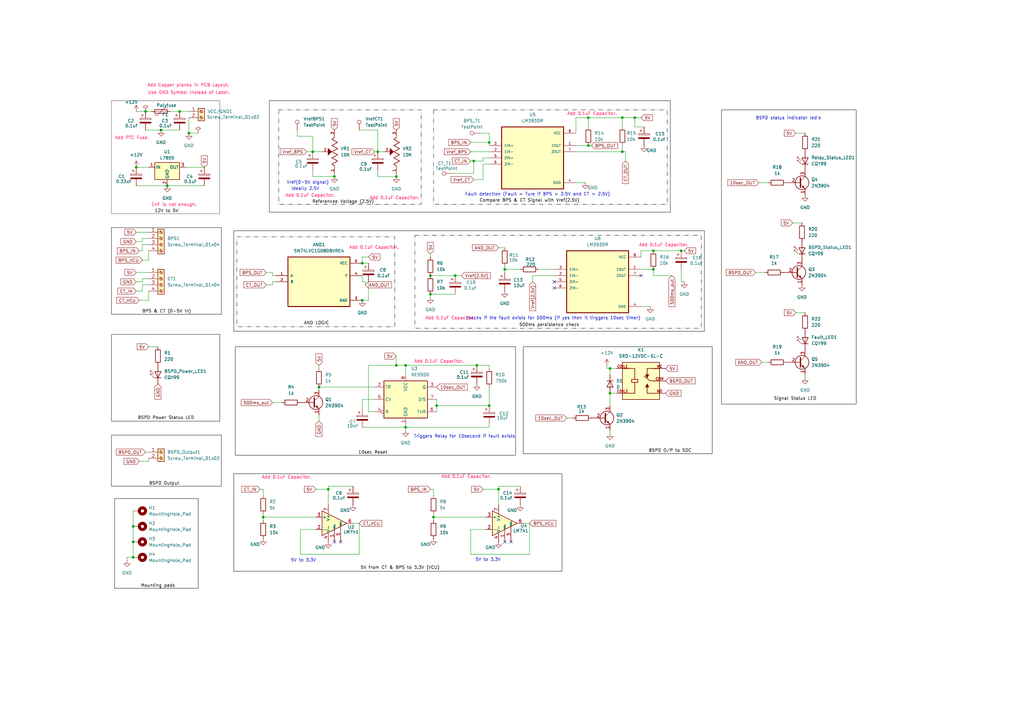
<source format=kicad_sch>
(kicad_sch (version 20231120) (generator "eeschema") (generator_version "8.0")
  (paper "A3")
  (title_block (title "BSPD") (company "Team Urja") (comment 1 "Property of Team Urja"))
  (junction (at 73.66 45.72))
  (junction (at 260.35 48.26))
  (junction (at 166.37 175.26))
  (junction (at 130.81 158.75))
  (junction (at 137.16 72.39))
  (junction (at 162.56 72.39))
  (junction (at 177.8 212.09))
  (junction (at 241.3 59.69))
  (junction (at 194.31 66.04))
  (junction (at 267.97 102.87))
  (junction (at 154.94 62.23))
  (junction (at 54.61 222.25))
  (junction (at 55.88 68.58))
  (junction (at 241.3 48.26))
  (junction (at 128.27 62.23))
  (junction (at 195.58 149.86))
  (junction (at 66.04 53.34))
  (junction (at 176.53 120.65))
  (junction (at 250.19 151.13))
  (junction (at 68.58 76.2))
  (junction (at 200.66 58.42))
  (junction (at 207.01 110.49))
  (junction (at 148.59 107.95))
  (junction (at 255.27 48.26))
  (junction (at 54.61 215.9))
  (junction (at 267.97 110.49))
  (junction (at 107.95 212.09))
  (junction (at 250.19 161.29))
  (junction (at 255.27 62.23))
  (junction (at 279.4 102.87))
  (junction (at 134.62 200.66))
  (junction (at 179.07 166.37))
  (junction (at 162.56 149.86))
  (junction (at 54.61 228.6))
  (junction (at 59.69 45.72))
  (junction (at 148.59 123.19))
  (junction (at 200.66 166.37))
  (junction (at 186.69 113.03))
  (junction (at 77.47 54.61))
  (junction (at 176.53 113.03))
  (junction (at 204.47 200.66))
  (junction (at 166.37 149.86))
  (no_connect (at 139.7 222.25))
  (no_connect (at 227.33 118.11))
  (no_connect (at 227.33 115.57))
  (no_connect (at 262.89 113.03))
  (no_connect (at 137.16 222.25))
  (no_connect (at 207.01 222.25))
  (no_connect (at 209.55 222.25))
  (wire (pts (xy 55.88 115.57) (xy 58.42 115.57)))
  (wire (pts (xy 200.66 54.61) (xy 200.66 58.42)))
  (wire (pts (xy 113.03 115.57) (xy 111.76 115.57)))
  (wire (pts (xy 55.88 99.06) (xy 58.42 99.06)))
  (wire (pts (xy 66.04 53.34) (xy 73.66 53.34)))
  (wire (pts (xy 217.17 214.63) (xy 214.63 214.63)))
  (wire (pts (xy 198.12 200.66) (xy 204.47 200.66)))
  (wire (pts (xy 134.62 200.66) (xy 134.62 207.01)))
  (wire (pts (xy 204.47 199.39) (xy 204.47 200.66)))
  (wire (pts (xy 60.96 106.68) (xy 60.96 102.87)))
  (wire (pts (xy 193.04 217.17) (xy 193.04 227.33)))
  (wire (pts (xy 77.47 54.61) (xy 81.28 54.61)))
  (wire (pts (xy 193.04 62.23) (xy 200.66 62.23)))
  (wire (pts (xy 162.56 149.86) (xy 166.37 149.86)))
  (wire (pts (xy 220.98 110.49) (xy 227.33 110.49)))
  (wire (pts (xy 279.4 115.57) (xy 280.67 115.57)))
  (wire (pts (xy 148.59 105.41) (xy 148.59 107.95)))
  (wire (pts (xy 256.54 66.04) (xy 256.54 62.23)))
  (wire (pts (xy 260.35 48.26) (xy 262.89 48.26)))
  (wire (pts (xy 154.94 62.23) (xy 157.48 62.23)))
  (wire (pts (xy 149.86 115.57) (xy 148.59 115.57)))
  (wire (pts (xy 279.4 110.49) (xy 279.4 115.57)))
  (wire (pts (xy 148.59 115.57) (xy 148.59 113.03)))
  (wire (pts (xy 262.89 125.73) (xy 266.7 125.73)))
  (wire (pts (xy 326.39 128.27) (xy 330.2 128.27)))
  (wire (pts (xy 236.22 74.93) (xy 240.03 74.93)))
  (wire (pts (xy 326.39 54.61) (xy 330.2 54.61)))
  (wire (pts (xy 129.54 217.17) (xy 123.19 217.17)))
  (wire (pts (xy 148.59 163.83) (xy 153.67 163.83)))
  (wire (pts (xy 196.85 54.61) (xy 200.66 54.61)))
  (wire (pts (xy 130.81 158.75) (xy 130.81 160.02)))
  (wire (pts (xy 312.42 148.59) (xy 314.96 148.59)))
  (wire (pts (xy 186.69 113.03) (xy 189.23 113.03)))
  (wire (pts (xy 134.62 199.39) (xy 134.62 200.66)))
  (wire (pts (xy 154.94 72.39) (xy 162.56 72.39)))
  (wire (pts (xy 193.04 227.33) (xy 217.17 227.33)))
  (wire (pts (xy 185.42 71.12) (xy 194.31 71.12)))
  (wire (pts (xy 200.66 67.31) (xy 198.12 67.31)))
  (wire (pts (xy 176.53 120.65) (xy 176.53 121.92)))
  (wire (pts (xy 262.89 102.87) (xy 267.97 102.87)))
  (wire (pts (xy 57.15 189.23) (xy 60.96 189.23)))
  (wire (pts (xy 200.66 158.75) (xy 200.66 166.37)))
  (wire (pts (xy 198.12 66.04) (xy 198.12 64.77)))
  (wire (pts (xy 123.19 227.33) (xy 147.32 227.33)))
  (wire (pts (xy 207.01 110.49) (xy 207.01 111.76)))
  (wire (pts (xy 325.12 91.44) (xy 328.93 91.44)))
  (wire (pts (xy 186.69 120.65) (xy 176.53 120.65)))
  (wire (pts (xy 204.47 101.6) (xy 207.01 101.6)))
  (wire (pts (xy 109.22 111.76) (xy 111.76 111.76)))
  (wire (pts (xy 151.13 149.86) (xy 151.13 168.91)))
  (wire (pts (xy 60.96 119.38) (xy 60.96 123.19)))
  (wire (pts (xy 252.73 151.13) (xy 250.19 151.13)))
  (wire (pts (xy 250.19 177.8) (xy 250.19 176.53)))
  (wire (pts (xy 177.8 212.09) (xy 199.39 212.09)))
  (wire (pts (xy 147.32 214.63) (xy 144.78 214.63)))
  (wire (pts (xy 330.2 153.67) (xy 330.2 154.94)))
  (wire (pts (xy 166.37 175.26) (xy 166.37 173.99)))
  (wire (pts (xy 76.2 68.58) (xy 83.82 68.58)))
  (wire (pts (xy 255.27 62.23) (xy 236.22 62.23)))
  (wire (pts (xy 250.19 161.29) (xy 250.19 166.37)))
  (wire (pts (xy 55.88 111.76) (xy 60.96 111.76)))
  (wire (pts (xy 58.42 97.79) (xy 60.96 97.79)))
  (wire (pts (xy 177.8 213.36) (xy 177.8 212.09)))
  (wire (pts (xy 55.88 45.72) (xy 59.69 45.72)))
  (wire (pts (xy 128.27 55.88) (xy 128.27 62.23)))
  (wire (pts (xy 59.69 53.34) (xy 66.04 53.34)))
  (wire (pts (xy 260.35 52.07) (xy 260.35 48.26)))
  (wire (pts (xy 154.94 53.34) (xy 154.94 62.23)))
  (wire (pts (xy 58.42 116.84) (xy 60.96 116.84)))
  (wire (pts (xy 59.69 185.42) (xy 60.96 185.42)))
  (wire (pts (xy 241.3 59.69) (xy 242.57 59.69)))
  (wire (pts (xy 241.3 48.26) (xy 255.27 48.26)))
  (wire (pts (xy 207.01 110.49) (xy 213.36 110.49)))
  (wire (pts (xy 148.59 167.64) (xy 148.59 163.83)))
  (wire (pts (xy 148.59 175.26) (xy 166.37 175.26)))
  (wire (pts (xy 125.73 62.23) (xy 128.27 62.23)))
  (wire (pts (xy 58.42 116.84) (xy 58.42 119.38)))
  (wire (pts (xy 280.67 102.87) (xy 279.4 102.87)))
  (wire (pts (xy 207.01 109.22) (xy 207.01 110.49)))
  (wire (pts (xy 262.89 110.49) (xy 267.97 110.49)))
  (wire (pts (xy 194.31 66.04) (xy 198.12 66.04)))
  (wire (pts (xy 58.42 106.68) (xy 60.96 106.68)))
  (wire (pts (xy 148.59 107.95) (xy 151.13 107.95)))
  (wire (pts (xy 177.8 200.66) (xy 176.53 200.66)))
  (wire (pts (xy 255.27 48.26) (xy 260.35 48.26)))
  (wire (pts (xy 151.13 123.19) (xy 148.59 123.19)))
  (wire (pts (xy 153.67 62.23) (xy 154.94 62.23)))
  (wire (pts (xy 58.42 115.57) (xy 58.42 114.3)))
  (wire (pts (xy 149.86 116.84) (xy 149.86 115.57)))
  (wire (pts (xy 218.44 113.03) (xy 227.33 113.03)))
  (wire (pts (xy 255.27 48.26) (xy 255.27 52.07)))
  (wire (pts (xy 241.3 48.26) (xy 241.3 52.07)))
  (wire (pts (xy 60.96 189.23) (xy 60.96 187.96)))
  (wire (pts (xy 147.32 227.33) (xy 147.32 214.63)))
  (wire (pts (xy 193.04 58.42) (xy 200.66 58.42)))
  (wire (pts (xy 111.76 116.84) (xy 109.22 116.84)))
  (wire (pts (xy 217.17 227.33) (xy 217.17 214.63)))
  (wire (pts (xy 200.66 149.86) (xy 195.58 149.86)))
  (wire (pts (xy 130.81 158.75) (xy 153.67 158.75)))
  (wire (pts (xy 59.69 45.72) (xy 62.23 45.72)))
  (wire (pts (xy 199.39 217.17) (xy 193.04 217.17)))
  (wire (pts (xy 54.61 215.9) (xy 54.61 222.25)))
  (wire (pts (xy 58.42 99.06) (xy 58.42 97.79)))
  (wire (pts (xy 58.42 119.38) (xy 55.88 119.38)))
  (wire (pts (xy 236.22 59.69) (xy 241.3 59.69)))
  (wire (pts (xy 107.95 200.66) (xy 107.95 203.2)))
  (wire (pts (xy 137.16 71.12) (xy 137.16 72.39)))
  (wire (pts (xy 193.04 66.04) (xy 194.31 66.04)))
  (wire (pts (xy 58.42 114.3) (xy 60.96 114.3)))
  (wire (pts (xy 252.73 161.29) (xy 250.19 161.29)))
  (wire (pts (xy 111.76 165.1) (xy 115.57 165.1)))
  (wire (pts (xy 179.07 163.83) (xy 179.07 166.37)))
  (wire (pts (xy 213.36 199.39) (xy 204.47 199.39)))
  (wire (pts (xy 107.95 212.09) (xy 129.54 212.09)))
  (wire (pts (xy 77.47 48.26) (xy 77.47 54.61)))
  (wire (pts (xy 54.61 228.6) (xy 52.07 228.6)))
  (wire (pts (xy 55.88 76.2) (xy 68.58 76.2)))
  (wire (pts (xy 123.19 217.17) (xy 123.19 227.33)))
  (wire (pts (xy 151.13 115.57) (xy 151.13 123.19)))
  (wire (pts (xy 166.37 176.53) (xy 166.37 175.26)))
  (wire (pts (xy 54.61 222.25) (xy 54.61 228.6)))
  (wire (pts (xy 111.76 115.57) (xy 111.76 116.84)))
  (wire (pts (xy 179.07 166.37) (xy 200.66 166.37)))
  (wire (pts (xy 129.54 200.66) (xy 134.62 200.66)))
  (wire (pts (xy 60.96 68.58) (xy 55.88 68.58)))
  (wire (pts (xy 177.8 200.66) (xy 177.8 203.2)))
  (wire (pts (xy 194.31 71.12) (xy 194.31 66.04)))
  (wire (pts (xy 176.53 104.14) (xy 176.53 105.41)))
  (wire (pts (xy 255.27 59.69) (xy 255.27 62.23)))
  (wire (pts (xy 236.22 48.26) (xy 241.3 48.26)))
  (wire (pts (xy 198.12 73.66) (xy 194.31 73.66)))
  (wire (pts (xy 107.95 210.82) (xy 107.95 212.09)))
  (wire (pts (xy 151.13 168.91) (xy 153.67 168.91)))
  (wire (pts (xy 166.37 153.67) (xy 166.37 149.86)))
  (wire (pts (xy 111.76 111.76) (xy 111.76 113.03)))
  (wire (pts (xy 218.44 115.57) (xy 218.44 113.03)))
  (wire (pts (xy 248.92 149.86) (xy 248.92 151.13)))
  (wire (pts (xy 311.15 74.93) (xy 314.96 74.93)))
  (wire (pts (xy 60.96 142.24) (xy 64.77 142.24)))
  (wire (pts (xy 68.58 76.2) (xy 83.82 76.2)))
  (wire (pts (xy 58.42 102.87) (xy 58.42 100.33)))
  (wire (pts (xy 162.56 149.86) (xy 151.13 149.86)))
  (wire (pts (xy 57.15 102.87) (xy 58.42 102.87)))
  (wire (pts (xy 134.62 199.39) (xy 144.78 199.39)))
  (wire (pts (xy 200.66 173.99) (xy 200.66 175.26)))
  (wire (pts (xy 147.32 53.34) (xy 154.94 53.34)))
  (wire (pts (xy 121.92 55.88) (xy 128.27 55.88)))
  (wire (pts (xy 54.61 209.55) (xy 54.61 215.9)))
  (wire (pts (xy 128.27 69.85) (xy 128.27 72.39)))
  (wire (pts (xy 111.76 113.03) (xy 113.03 113.03)))
  (wire (pts (xy 200.66 58.42) (xy 200.66 59.69)))
  (wire (pts (xy 275.59 113.03) (xy 267.97 113.03)))
  (wire (pts (xy 73.66 45.72) (xy 77.47 45.72)))
  (wire (pts (xy 198.12 64.77) (xy 200.66 64.77)))
  (wire (pts (xy 176.53 113.03) (xy 186.69 113.03)))
  (wire (pts (xy 166.37 175.26) (xy 200.66 175.26)))
  (wire (pts (xy 121.92 53.34) (xy 121.92 55.88)))
  (wire (pts (xy 130.81 170.18) (xy 130.81 172.72)))
  (wire (pts (xy 162.56 71.12) (xy 162.56 72.39)))
  (wire (pts (xy 177.8 210.82) (xy 177.8 212.09)))
  (wire (pts (xy 128.27 62.23) (xy 132.08 62.23)))
  (wire (pts (xy 255.27 62.23) (xy 256.54 62.23)))
  (wire (pts (xy 151.13 105.41) (xy 148.59 105.41)))
  (wire (pts (xy 200.66 151.13) (xy 200.66 149.86)))
  (wire (pts (xy 58.42 100.33) (xy 60.96 100.33)))
  (wire (pts (xy 204.47 200.66) (xy 204.47 207.01)))
  (wire (pts (xy 179.07 166.37) (xy 179.07 168.91)))
  (wire (pts (xy 60.96 123.19) (xy 57.15 123.19)))
  (wire (pts (xy 162.56 146.05) (xy 162.56 149.86)))
  (wire (pts (xy 232.41 171.45) (xy 234.95 171.45)))
  (wire (pts (xy 236.22 54.61) (xy 236.22 48.26)))
  (wire (pts (xy 154.94 69.85) (xy 154.94 72.39)))
  (wire (pts (xy 166.37 149.86) (xy 195.58 149.86)))
  (wire (pts (xy 309.88 111.76) (xy 313.69 111.76)))
  (wire (pts (xy 279.4 102.87) (xy 267.97 102.87)))
  (wire (pts (xy 69.85 45.72) (xy 73.66 45.72)))
  (wire (pts (xy 107.95 213.36) (xy 107.95 212.09)))
  (wire (pts (xy 248.92 151.13) (xy 250.19 151.13)))
  (wire (pts (xy 52.07 228.6) (xy 52.07 229.87)))
  (wire (pts (xy 128.27 72.39) (xy 137.16 72.39)))
  (wire (pts (xy 267.97 113.03) (xy 267.97 110.49)))
  (wire (pts (xy 250.19 151.13) (xy 250.19 153.67)))
  (wire (pts (xy 55.88 95.25) (xy 60.96 95.25)))
  (wire (pts (xy 262.89 105.41) (xy 262.89 102.87)))
  (wire (pts (xy 264.16 52.07) (xy 260.35 52.07)))
  (wire (pts (xy 107.95 200.66) (xy 106.68 200.66)))
  (wire (pts (xy 198.12 67.31) (xy 198.12 73.66)))
  (wire (pts (xy 130.81 149.86) (xy 130.81 151.13)))
  (rectangle (start 45.72 41.275) (end 90.17 87.63) (stroke (width 0.1) (color 0 0 0 1)))
  (rectangle (start 295.91 45.085) (end 351.155 165.735) (stroke (width 0) (color 0 0 0 1)))
  (rectangle (start 95.885 94.615) (end 288.925 135.89) (stroke (width 0) (color 0 0 0 1)))
  (rectangle (start 177.8 45.085) (end 273.685 83.82) (stroke (width 0) (type dash_dot_dot) (color 0 0 0 1)))
  (rectangle (start 114.3 45.085) (end 172.72 83.82) (stroke (width 0) (type dash_dot_dot) (color 0 0 0 1)))
  (rectangle (start 214.63 142.24) (end 292.1 186.055) (stroke (width 0) (color 0 0 0 1)))
  (rectangle (start 110.49 41.275) (end 274.955 86.995) (stroke (width 0) (color 0 0 0 1)))
  (rectangle (start 97.155 97.155) (end 161.925 133.985) (stroke (width 0) (type dash_dot_dot) (color 0 0 0 1)))
  (rectangle (start 96.52 142.24) (end 211.455 186.69) (stroke (width 0) (color 0 0 0 1)))
  (rectangle (start 46.99 204.47) (end 81.28 241.3) (stroke (width 0) (color 0 0 0 1)))
  (rectangle (start 95.885 194.31) (end 230.505 234.315) (stroke (width 0) (color 0 0 0 1)))
  (rectangle (start 45.72 93.345) (end 90.805 128.905) (stroke (width 0) (color 0 0 0 1)))
  (rectangle (start 170.18 96.52) (end 287.655 134.62) (stroke (width 0) (type dash_dot_dot) (color 0 0 0 1)))
  (rectangle (start 45.72 178.435) (end 90.805 199.39) (stroke (width 0) (color 0 0 0 1)))
  (rectangle (start 45.72 137.16) (end 90.17 172.72) (stroke (width 0) (color 0 0 0 1)))
  (text "Triggers Relay for 10second if fault exists\n" (at 190.5 179.07 0) (effects (font (size 1.27 1.27))))
  (text "BSPD Power Status LED" (at 68.072 171.45 0) (effects (font (size 1.27 1.27))))
  (text "AND LOGIC \n" (at 130.302 132.588 0) (effects (font (size 1.27 1.27))))
  (text "Add Copper planes in PCB Layout." (at 77.216 35.052 0) (effects (font (size 1.27 1.27))))
  (text "5V to 3.3V\n" (at 200.152 229.616 0) (effects (font (size 1.27 1.27))))
  (text "BSPD O/P to SDC" (at 274.828 184.912 0) (effects (font (size 1.27 1.27))))
  (text "checks if the fault exists for 500ms (if yes then it tirggers 10sec timer)" (at 226.822 130.556 0) (effects (font (size 1.27 1.27))))
  (text "10sec Reset" (at 152.908 185.674 0) (effects (font (size 1.27 1.27))))
  (text "Add 0.1uF Capacitor." (at 161.798 81.28 0) (effects (font (size 1.27 1.27))))
  (text "Add 0.1uF Capacitor." (at 184.658 130.556 0) (effects (font (size 1.27 1.27))))
  (text "Add 0.1uF Capacitor." (at 180.086 148.336 0) (effects (font (size 1.27 1.27))))
  (text "Add 0.1uF Capacitor." (at 272.288 100.584 0) (effects (font (size 1.27 1.27))))
  (text "BPS & CT (0-5V in)" (at 68.326 127.762 0) (effects (font (size 1.27 1.27))))
  (text "Fault detection (Fault = Ture if BPS > 2.5V and CT > 2.5V)" (at 220.472 79.756 0) (effects (font (size 1.27 1.27))))
  (text "12V to 5V\n" (at 68.326 86.614 0) (effects (font (size 1.27 1.27))))
  (text "Signal Status LED\n" (at 326.136 163.576 0) (effects (font (size 1.27 1.27))))
  (text "Add 0.1uF Capacitor." (at 242.824 46.736 0) (effects (font (size 1.27 1.27))))
  (text "Compare BPS & CT Signal with Vref(2.5V)" (at 217.17 82.296 0) (effects (font (size 1.27 1.27))))
  (text "Add 0.1uF Capacitor." (at 191.262 195.58 0) (effects (font (size 1.27 1.27))))
  (text "5V from CT & BPS to 3.3V (VCU)" (at 164.084 232.918 0) (effects (font (size 1.27 1.27))))
  (text "Vref(0-5V signal)" (at 126.238 74.93 0) (effects (font (size 1.27 1.27))))
  (text "BSPD status indicator led's\n" (at 323.342 48.514 0) (effects (font (size 1.27 1.27))))
  (text "Add 0.1uF Capacitor." (at 117.602 195.834 0) (effects (font (size 1.27 1.27))))
  (text "Add 0.1uF Capacitor." (at 127.254 80.264 0) (effects (font (size 1.27 1.27))))
  (text "ideally 2.5V\n" (at 125.222 77.47 0) (effects (font (size 1.27 1.27))))
  (text "Add PTC Fuse." (at 54.102 56.642 0) (effects (font (size 1.27 1.27))))
  (text "1nF is not enough." (at 71.374 84.074 0) (effects (font (size 1.27 1.27))))
  (text "Referencee Voltage (2.5V)" (at 140.716 82.804 0) (effects (font (size 1.27 1.27))))
  (text "BSPD Output" (at 67.31 198.374 0) (effects (font (size 1.27 1.27))))
  (text "Mounting pads" (at 64.77 240.284 0) (effects (font (size 1.27 1.27))))
  (text "500ms persistence check" (at 225.298 133.35 0) (effects (font (size 1.27 1.27))))
  (text "5V to 3.3V\n" (at 124.46 229.87 0) (effects (font (size 1.27 1.27))))
  (text "Use GND Symbol instead of Label." (at 77.47 38.1 0) (effects (font (size 1.27 1.27))))
  (text "Add 0.1uF Capacitor." (at 153.416 101.6 0) (effects (font (size 1.27 1.27))))
  (global_label "BPS_IN" (shape input) (at 193.04 58.42 180) (property "Intersheetrefs" "${INTERSHEET_REFS}" (effects (hide yes))))
  (global_label "GND" (shape input) (at 273.05 161.29 0) (property "Intersheetrefs" "${INTERSHEET_REFS}" (effects (hide yes))))
  (global_label "5V" (shape input) (at 176.53 104.14 90) (property "Intersheetrefs" "${INTERSHEET_REFS}" (effects (hide yes))))
  (global_label "Vref_CT" (shape input) (at 194.31 73.66 180) (property "Intersheetrefs" "${INTERSHEET_REFS}" (effects (hide yes))))
  (global_label "GND" (shape input) (at 55.88 115.57 180) (property "Intersheetrefs" "${INTERSHEET_REFS}" (effects (hide yes))))
  (global_label "CT_IN" (shape input) (at 55.88 119.38 180) (property "Intersheetrefs" "${INTERSHEET_REFS}" (effects (hide yes))))
  (global_label "5V" (shape input) (at 162.56 146.05 180) (property "Intersheetrefs" "${INTERSHEET_REFS}" (effects (hide yes))))
  (global_label "Vref_BPS" (shape input) (at 125.73 62.23 180) (property "Intersheetrefs" "${INTERSHEET_REFS}" (effects (hide yes))))
  (global_label "5V" (shape input) (at 137.16 53.34 90) (property "Intersheetrefs" "${INTERSHEET_REFS}" (effects (hide yes))))
  (global_label "5V" (shape input) (at 198.12 200.66 180) (property "Intersheetrefs" "${INTERSHEET_REFS}" (effects (hide yes))))
  (global_label "10sec_OUT" (shape input) (at 232.41 171.45 180) (property "Intersheetrefs" "${INTERSHEET_REFS}" (effects (hide yes))))
  (global_label "5V" (shape input) (at 55.88 95.25 180) (property "Intersheetrefs" "${INTERSHEET_REFS}" (effects (hide yes))))
  (global_label "GND" (shape input) (at 130.81 172.72 270) (property "Intersheetrefs" "${INTERSHEET_REFS}" (effects (hide yes))))
  (global_label "CT_IN" (shape input) (at 106.68 200.66 180) (property "Intersheetrefs" "${INTERSHEET_REFS}" (effects (hide yes))))
  (global_label "CT_VCU" (shape input) (at 147.32 214.63 0) (property "Intersheetrefs" "${INTERSHEET_REFS}" (effects (hide yes))))
  (global_label "5V" (shape input) (at 326.39 128.27 180) (property "Intersheetrefs" "${INTERSHEET_REFS}" (effects (hide yes))))
  (global_label "10sec_OUT" (shape input) (at 179.07 158.75 0) (property "Intersheetrefs" "${INTERSHEET_REFS}" (effects (hide yes))))
  (global_label "5V" (shape input) (at 280.67 102.87 0) (property "Intersheetrefs" "${INTERSHEET_REFS}" (effects (hide yes))))
  (global_label "CT_IN" (shape input) (at 193.04 66.04 180) (property "Intersheetrefs" "${INTERSHEET_REFS}" (effects (hide yes))))
  (global_label "GND" (shape input) (at 64.77 157.48 270) (property "Intersheetrefs" "${INTERSHEET_REFS}" (effects (hide yes))))
  (global_label "BSPD_OUT" (shape input) (at 309.88 111.76 180) (property "Intersheetrefs" "${INTERSHEET_REFS}" (effects (hide yes))))
  (global_label "CT_OUT" (shape input) (at 109.22 116.84 180) (property "Intersheetrefs" "${INTERSHEET_REFS}" (effects (hide yes))))
  (global_label "BPS_IN" (shape input) (at 176.53 200.66 180) (property "Intersheetrefs" "${INTERSHEET_REFS}" (effects (hide yes))))
  (global_label "5V" (shape input) (at 326.39 54.61 180) (property "Intersheetrefs" "${INTERSHEET_REFS}" (effects (hide yes))))
  (global_label "BPS_VCU" (shape input) (at 217.17 214.63 0) (property "Intersheetrefs" "${INTERSHEET_REFS}" (effects (hide yes))))
  (global_label "Vref_BPS" (shape input) (at 193.04 62.23 180) (property "Intersheetrefs" "${INTERSHEET_REFS}" (effects (hide yes))))
  (global_label "5V" (shape input) (at 273.05 151.13 0) (property "Intersheetrefs" "${INTERSHEET_REFS}" (effects (hide yes))))
  (global_label "10sec_OUT" (shape input) (at 311.15 74.93 180) (property "Intersheetrefs" "${INTERSHEET_REFS}" (effects (hide yes))))
  (global_label "GND" (shape input) (at 57.15 189.23 180) (property "Intersheetrefs" "${INTERSHEET_REFS}" (effects (hide yes))))
  (global_label "AND_OUT" (shape input) (at 149.86 116.84 0) (property "Intersheetrefs" "${INTERSHEET_REFS}" (effects (hide yes))))
  (global_label "5V" (shape input) (at 151.13 105.41 0) (property "Intersheetrefs" "${INTERSHEET_REFS}" (effects (hide yes))))
  (global_label "AND_OUT" (shape input) (at 204.47 101.6 180) (property "Intersheetrefs" "${INTERSHEET_REFS}" (effects (hide yes))))
  (global_label "BPS_VCU" (shape input) (at 58.42 106.68 180) (property "Intersheetrefs" "${INTERSHEET_REFS}" (effects (hide yes))))
  (global_label "BSPD_OUT" (shape input) (at 59.69 185.42 180) (property "Intersheetrefs" "${INTERSHEET_REFS}" (effects (hide yes))))
  (global_label "5V" (shape input) (at 129.54 200.66 180) (property "Intersheetrefs" "${INTERSHEET_REFS}" (effects (hide yes))))
  (global_label "5V" (shape input) (at 162.56 53.34 90) (property "Intersheetrefs" "${INTERSHEET_REFS}" (effects (hide yes))))
  (global_label "CT_OUT" (shape input) (at 256.54 66.04 270) (property "Intersheetrefs" "${INTERSHEET_REFS}" (effects (hide yes))))
  (global_label "CT_VCU" (shape input) (at 57.15 123.19 180) (property "Intersheetrefs" "${INTERSHEET_REFS}" (effects (hide yes))))
  (global_label "BPS_OUT" (shape input) (at 242.57 59.69 0) (property "Intersheetrefs" "${INTERSHEET_REFS}" (effects (hide yes))))
  (global_label "BSPD_OUT" (shape input) (at 273.05 156.21 0) (property "Intersheetrefs" "${INTERSHEET_REFS}" (effects (hide yes))))
  (global_label "AND_OUT" (shape input) (at 312.42 148.59 180) (property "Intersheetrefs" "${INTERSHEET_REFS}" (effects (hide yes))))
  (global_label "5V" (shape input) (at 130.81 149.86 90) (property "Intersheetrefs" "${INTERSHEET_REFS}" (effects (hide yes))))
  (global_label "GND" (shape input) (at 55.88 99.06 180) (property "Intersheetrefs" "${INTERSHEET_REFS}" (effects (hide yes))))
  (global_label "Vref_CT" (shape input) (at 153.67 62.23 180) (property "Intersheetrefs" "${INTERSHEET_REFS}" (effects (hide yes))))
  (global_label "500ms_out" (shape input) (at 275.59 113.03 270) (property "Intersheetrefs" "${INTERSHEET_REFS}" (effects (hide yes))))
  (global_label "BPS_IN" (shape input) (at 57.15 102.87 180) (property "Intersheetrefs" "${INTERSHEET_REFS}" (effects (hide yes))))
  (global_label "5V" (shape input) (at 262.89 48.26 0) (property "Intersheetrefs" "${INTERSHEET_REFS}" (effects (hide yes))))
  (global_label "500ms_out" (shape input) (at 111.76 165.1 180) (property "Intersheetrefs" "${INTERSHEET_REFS}" (effects (hide yes))))
  (global_label "BPS_OUT" (shape input) (at 109.22 111.76 180) (property "Intersheetrefs" "${INTERSHEET_REFS}" (effects (hide yes))))
  (global_label "Vref(2.5V)" (shape input) (at 218.44 115.57 270) (property "Intersheetrefs" "${INTERSHEET_REFS}" (effects (hide yes))))
  (global_label "5V" (shape input) (at 55.88 111.76 180) (property "Intersheetrefs" "${INTERSHEET_REFS}" (effects (hide yes))))
  (global_label "5V" (shape input) (at 83.82 68.58 90) (property "Intersheetrefs" "${INTERSHEET_REFS}" (effects (hide yes))))
  (global_label "5V" (shape input) (at 60.96 142.24 180) (property "Intersheetrefs" "${INTERSHEET_REFS}" (effects (hide yes))))
  (global_label "Vref(2.5V)" (shape input) (at 189.23 113.03 0) (property "Intersheetrefs" "${INTERSHEET_REFS}" (effects (hide yes))))
  (global_label "5V" (shape input) (at 325.12 91.44 180) (property "Intersheetrefs" "${INTERSHEET_REFS}" (effects (hide yes))))
  (symbol (lib_id "power:+12V") (at 55.88 68.58 0) (unit 1)
    (property "Reference" "#PWR03" (effects (hide yes)))
    (property "Value" "+12V" (at 55.88 63.5 0))
    (property "Description" "Power symbol creates a global label with name \"+12V\"" (effects (hide yes)))
  )
  (symbol (lib_id "Device:R") (at 330.2 132.08 180) (unit 1)
    (property "Reference" "R22" (at 332.74 130.8099 0) (effects (justify right)))
    (property "Value" "220" (at 332.74 133.3499 0) (effects (justify right)))
    (property "Footprint" "Resistor_THT:R_Axial_DIN0207_L6.3mm_D2.5mm_P10.16mm_Horizontal" (effects (hide yes)))
    (property "Description" "Resistor" (effects (hide yes)))
  )
  (symbol (lib_id "Transistor_BJT:2N3904") (at 247.65 171.45 0) (unit 1)
    (property "Reference" "Q2" (at 252.73 170.1799 0) (effects (justify left)))
    (property "Value" "2N3904" (at 252.73 172.7199 0) (effects (justify left)))
    (property "Footprint" "Package_TO_SOT_THT:TO-92_Inline" (effects (hide yes)))
    (property "Datasheet" "https://www.onsemi.com/pub/Collateral/2N3903-D.PDF" (effects (hide yes)))
    (property "Description" "0.2A Ic, 40V Vce, Small Signal NPN Transistor, TO-92" (effects (hide yes)))
  )
  (symbol (lib_id "Connector:Screw_Terminal_01x04") (at 66.04 97.79 0) (unit 1)
    (property "Reference" "BPS1" (at 68.58 97.7899 0) (effects (justify left)))
    (property "Value" "Screw_Terminal_01x04" (at 68.58 100.3299 0) (effects (justify left)))
    (property "Footprint" "Connector_PinHeader_2.54mm:PinHeader_1x04_P2.54mm_Vertical" (effects (hide yes)))
    (property "Description" "Generic screw terminal, single row, 01x04, script generated (kicad-library-utils/schlib/autogen/connector/)" (effects (hide yes)))
  )
  (symbol (lib_id "Transistor_BJT:2N3904") (at 326.39 111.76 0) (unit 1)
    (property "Reference" "Q3" (at 331.47 110.4899 0) (effects (justify left)))
    (property "Value" "2N3904" (at 331.47 113.0299 0) (effects (justify left)))
    (property "Footprint" "Package_TO_SOT_THT:TO-92_Inline" (effects (hide yes)))
    (property "Datasheet" "https://www.onsemi.com/pub/Collateral/2N3903-D.PDF" (effects (hide yes)))
    (property "Description" "0.2A Ic, 40V Vce, Small Signal NPN Transistor, TO-92" (effects (hide yes)))
  )
  (symbol (lib_id "Device:Polyfuse") (at 66.04 45.72 90) (unit 1)
    (property "Reference" "F1" (at 67.818 46.99 90))
    (property "Value" "Polyfuse" (at 68.326 43.18 90))
    (property "Footprint" "Fuse:Fuse_Littelfuse_395Series" (effects (hide yes)))
    (property "Description" "Resettable fuse, polymeric positive temperature coefficient" (effects (hide yes)))
  )
  (symbol (lib_id "power:GND") (at 68.58 76.2 0) (unit 1)
    (property "Reference" "#PWR05" (effects (hide yes)))
    (property "Value" "GND" (at 68.58 81.28 0))
    (property "Description" "Power symbol creates a global label with name \"GND\" , ground" (effects (hide yes)))
  )
  (symbol (lib_id "Device:R") (at 241.3 55.88 0) (unit 1)
    (property "Reference" "R14" (at 243.84 54.6099 0) (effects (justify left)))
    (property "Value" "10k" (at 243.84 57.1499 0) (effects (justify left)))
    (property "Footprint" "Resistor_THT:R_Axial_DIN0207_L6.3mm_D2.5mm_P10.16mm_Horizontal" (effects (hide yes)))
    (property "Description" "Resistor" (effects (hide yes)))
  )
  (symbol (lib_id "Device:R") (at 107.95 217.17 0) (unit 1)
    (property "Reference" "R3" (at 110.49 215.8999 0) (effects (justify left)))
    (property "Value" "10k" (at 110.49 218.4399 0) (effects (justify left)))
    (property "Footprint" "Resistor_THT:R_Axial_DIN0207_L6.3mm_D2.5mm_P10.16mm_Horizontal" (effects (hide yes)))
    (property "Description" "Resistor" (effects (hide yes)))
  )
  (symbol (lib_id "Device:R") (at 176.53 116.84 0) (unit 1)
    (property "Reference" "R7" (at 179.07 115.5699 0) (effects (justify left)))
    (property "Value" "10k" (at 179.07 118.1099 0) (effects (justify left)))
    (property "Footprint" "Resistor_THT:R_Axial_DIN0207_L6.3mm_D2.5mm_P10.16mm_Horizontal" (effects (hide yes)))
    (property "Description" "Resistor" (effects (hide yes)))
  )
  (symbol (lib_id "Device:R") (at 177.8 217.17 0) (unit 1)
    (property "Reference" "R9" (at 180.34 215.8999 0) (effects (justify left)))
    (property "Value" "10k" (at 180.34 218.4399 0) (effects (justify left)))
    (property "Footprint" "Resistor_THT:R_Axial_DIN0207_L6.3mm_D2.5mm_P10.16mm_Horizontal" (effects (hide yes)))
    (property "Description" "Resistor" (effects (hide yes)))
  )
  (symbol (lib_id "power:PWR_FLAG") (at 81.28 54.61 0) (unit 1)
    (property "Reference" "#FLG02" (effects (hide yes)))
    (property "Value" "PWR_FLAG" (effects (hide yes)))
    (property "Description" "Special symbol for telling ERC where power comes from" (effects (hide yes)))
  )
  (symbol (lib_id "Connector:Screw_Terminal_01x02") (at 82.55 45.72 0) (unit 1)
    (property "Reference" "VCC/GND1" (at 85.09 45.7199 0) (effects (justify left)))
    (property "Value" "Screw_Terminal_01x02" (at 84.836 48.006 0) (effects (justify left)))
    (property "Footprint" "Connector_PinHeader_2.54mm:PinHeader_1x02_P2.54mm_Vertical" (effects (hide yes)))
    (property "Description" "Generic screw terminal, single row, 01x02, script generated (kicad-library-utils/schlib/autogen/connector/)" (effects (hide yes)))
  )
  (symbol (lib_id "LED:CQY99") (at 330.2 64.77 90) (unit 1)
    (property "Reference" "Relay_Status_LED1" (at 332.74 64.6429 90) (effects (justify right)))
    (property "Value" "CQY99" (at 332.74 67.1829 90) (effects (justify right)))
    (property "Footprint" "LED_THT:LED_D5.0mm_IRGrey" (effects (hide yes)))
    (property "Datasheet" "https://www.prtice.info/IMG/pdf/CQY99.pdf" (effects (hide yes)))
    (property "Description" "950nm IR-LED, 5mm" (effects (hide yes)))
  )
  (symbol (lib_id "power:GND") (at 240.03 74.93 0) (unit 1)
    (property "Reference" "#PWR020" (effects (hide yes)))
    (property "Value" "GND" (at 243.078 76.962 0))
    (property "Description" "Power symbol creates a global label with name \"GND\" , ground" (effects (hide yes)))
  )
  (symbol (lib_id "Device:R") (at 64.77 146.05 180) (unit 1)
    (property "Reference" "R1" (at 67.31 144.7799 0) (effects (justify right)))
    (property "Value" "220" (at 67.31 147.3199 0) (effects (justify right)))
    (property "Footprint" "Resistor_THT:R_Axial_DIN0207_L6.3mm_D2.5mm_P10.16mm_Horizontal" (effects (hide yes)))
    (property "Description" "Resistor" (effects (hide yes)))
  )
  (symbol (lib_id "Device:R") (at 200.66 154.94 180) (unit 1)
    (property "Reference" "R10" (at 203.2 153.6699 0) (effects (justify right)))
    (property "Value" "750k" (at 203.2 156.2099 0) (effects (justify right)))
    (property "Footprint" "Resistor_THT:R_Axial_DIN0207_L6.3mm_D2.5mm_P10.16mm_Horizontal" (effects (hide yes)))
    (property "Description" "Resistor" (effects (hide yes)))
  )
  (symbol (lib_id "power:PWR_FLAG") (at 59.69 45.72 0) (unit 1)
    (property "Reference" "#FLG01" (effects (hide yes)))
    (property "Value" "PWR_FLAG" (effects (hide yes)))
    (property "Description" "Special symbol for telling ERC where power comes from" (effects (hide yes)))
  )
  (symbol (lib_id "power:GND") (at 166.37 176.53 0) (unit 1)
    (property "Reference" "#PWR013" (effects (hide yes)))
    (property "Value" "GND" (at 166.37 181.61 0))
    (property "Description" "Power symbol creates a global label with name \"GND\" , ground" (effects (hide yes)))
  )
  (symbol (lib_id "Amplifier_Operational:LM741") (at 207.01 214.63 0) (unit 1)
    (property "Reference" "U4" (at 214.884 215.646 0))
    (property "Value" "LM741" (at 213.614 217.678 0))
    (property "Footprint" "LM741CN_NOPB:DIP794W45P254L959H508Q8" (effects (hide yes)))
    (property "Datasheet" "http://www.ti.com/lit/ds/symlink/lm741.pdf" (effects (hide yes)))
    (property "Description" "Operational Amplifier, DIP-8/TO-99-8" (effects (hide yes)))
  )
  (symbol (lib_id "Connector:TestPoint") (at 121.92 53.34 0) (unit 1)
    (property "Reference" "VrefBPS1" (at 124.46 48.7679 0) (effects (justify left)))
    (property "Value" "TestPoint" (at 124.46 51.3079 0) (effects (justify left)))
    (property "Footprint" "TestPoint:TestPoint_Pad_D1.0mm" (effects (hide yes)))
    (property "Description" "test point" (effects (hide yes)))
  )
  (symbol (lib_id "Transistor_BJT:2N3904") (at 327.66 74.93 0) (unit 1)
    (property "Reference" "Q4" (at 332.74 73.6599 0) (effects (justify left)))
    (property "Value" "2N3904" (at 332.74 76.1999 0) (effects (justify left)))
    (property "Footprint" "Package_TO_SOT_THT:TO-92_Inline" (effects (hide yes)))
    (property "Datasheet" "https://www.onsemi.com/pub/Collateral/2N3903-D.PDF" (effects (hide yes)))
    (property "Description" "0.2A Ic, 40V Vce, Small Signal NPN Transistor, TO-92" (effects (hide yes)))
  )
  (symbol (lib_id "Device:C_Polarized") (at 144.78 203.2 0) (unit 1)
    (property "Reference" "C6" (at 137.668 202.184 0) (effects (justify left)))
    (property "Value" "0.1uf" (at 136.398 204.216 0) (effects (justify left)))
    (property "Footprint" "Capacitor_THT:CP_Radial_D4.0mm_P2.00mm" (effects (hide yes)))
    (property "Description" "Polarized capacitor" (effects (hide yes)))
  )
  (symbol (lib_id "Connector:TestPoint") (at 185.42 71.12 90) (unit 1)
    (property "Reference" "CT_T1" (at 182.372 67.056 90))
    (property "Value" "TestPoint" (at 183.134 69.088 90))
    (property "Footprint" "TestPoint:TestPoint_Pad_D1.0mm" (effects (hide yes)))
    (property "Description" "test point" (effects (hide yes)))
  )
  (symbol (lib_id "power:GND") (at 144.78 207.01 0) (unit 1)
    (property "Reference" "#PWR010" (effects (hide yes)))
    (property "Value" "GND" (at 141.478 209.296 0))
    (property "Description" "Power symbol creates a global label with name \"GND\" , ground" (effects (hide yes)))
  )
  (symbol (lib_id "Transistor_BJT:2N3904") (at 128.27 165.1 0) (unit 1)
    (property "Reference" "Q1" (at 133.35 163.8299 0) (effects (justify left)))
    (property "Value" "2N3904" (at 133.35 166.3699 0) (effects (justify left)))
    (property "Footprint" "Package_TO_SOT_THT:TO-92_Inline" (effects (hide yes)))
    (property "Datasheet" "https://www.onsemi.com/pub/Collateral/2N3903-D.PDF" (effects (hide yes)))
    (property "Description" "0.2A Ic, 40V Vce, Small Signal NPN Transistor, TO-92" (effects (hide yes)))
  )
  (symbol (lib_id "power:GND") (at 250.19 177.8 0) (unit 1)
    (property "Reference" "#PWR022" (effects (hide yes)))
    (property "Value" "GND" (at 250.19 182.88 0))
    (property "Description" "Power symbol creates a global label with name \"GND\" , ground" (effects (hide yes)))
  )
  (symbol (lib_id "Transistor_BJT:2N3904") (at 327.66 148.59 0) (unit 1)
    (property "Reference" "Q5" (at 332.74 147.3199 0) (effects (justify left)))
    (property "Value" "2N3904" (at 332.74 149.8599 0) (effects (justify left)))
    (property "Footprint" "Package_TO_SOT_THT:TO-92_Inline" (effects (hide yes)))
    (property "Datasheet" "https://www.onsemi.com/pub/Collateral/2N3903-D.PDF" (effects (hide yes)))
    (property "Description" "0.2A Ic, 40V Vce, Small Signal NPN Transistor, TO-92" (effects (hide yes)))
  )
  (symbol (lib_id "Device:C_Polarized") (at 195.58 153.67 0) (unit 1)
    (property "Reference" "C11" (at 188.468 152.654 0) (effects (justify left)))
    (property "Value" "0.1uf" (at 187.198 154.686 0) (effects (justify left)))
    (property "Footprint" "Capacitor_THT:CP_Radial_D4.0mm_P2.00mm" (effects (hide yes)))
    (property "Description" "Polarized capacitor" (effects (hide yes)))
  )
  (symbol (lib_id "power:GND") (at 162.56 72.39 0) (unit 1)
    (property "Reference" "#PWR012" (effects (hide yes)))
    (property "Value" "GND" (at 162.56 77.47 0))
    (property "Description" "Power symbol creates a global label with name \"GND\" , ground" (effects (hide yes)))
  )
  (symbol (lib_id "power:GND") (at 77.47 54.61 0) (unit 1)
    (property "Reference" "#PWR06" (effects (hide yes)))
    (property "Value" "GND" (at 77.47 59.69 0))
    (property "Description" "Power symbol creates a global label with name \"GND\" , ground" (effects (hide yes)))
  )
  (symbol (lib_id "Device:R") (at 207.01 105.41 0) (unit 1)
    (property "Reference" "R11" (at 208.788 104.648 0) (effects (justify left)))
    (property "Value" "10k" (at 208.788 106.68 0) (effects (justify left)))
    (property "Footprint" "Resistor_THT:R_Axial_DIN0207_L6.3mm_D2.5mm_P10.16mm_Horizontal" (effects (hide yes)))
    (property "Description" "Resistor" (effects (hide yes)))
  )
  (symbol (lib_id "Connector:TestPoint") (at 147.32 53.34 0) (unit 1)
    (property "Reference" "VrefCT1" (at 149.86 48.7679 0) (effects (justify left)))
    (property "Value" "TestPoint" (at 149.86 51.3079 0) (effects (justify left)))
    (property "Footprint" "TestPoint:TestPoint_Pad_D1.0mm" (effects (hide yes)))
    (property "Description" "test point" (effects (hide yes)))
  )
  (symbol (lib_id "Mechanical:MountingHole_Pad") (at 57.15 215.9 270) (unit 1) (exclude_from_sim yes) (in_bom no)
    (property "Reference" "H2" (at 60.96 214.6299 90) (effects (justify left)))
    (property "Value" "MountingHole_Pad" (at 60.96 217.1699 90) (effects (justify left)))
    (property "Footprint" "MountingHole:MountingHole_2.2mm_M2_ISO7380_Pad" (effects (hide yes)))
    (property "Description" "Mounting Hole with connection" (effects (hide yes)))
  )
  (symbol (lib_id "Device:R") (at 177.8 207.01 0) (unit 1)
    (property "Reference" "R8" (at 180.34 205.7399 0) (effects (justify left)))
    (property "Value" "5k" (at 180.34 208.2799 0) (effects (justify left)))
    (property "Footprint" "Resistor_THT:R_Axial_DIN0207_L6.3mm_D2.5mm_P10.16mm_Horizontal" (effects (hide yes)))
    (property "Description" "Resistor" (effects (hide yes)))
  )
  (symbol (lib_id "Trimmer Pot:3296W-OT1-103LF") (at 162.56 62.23 90) (unit 1)
    (property "Reference" "VR2" (at 165.1 60.9599 90) (effects (justify right)))
    (property "Value" "10K" (at 165.1 63.4999 90) (effects (justify right)))
    (property "Footprint" "Trimmer Pot:TRIM_3296W-OT1-103LF" (effects (hide yes)))
    (property "MF" "Bourns" (effects (hide yes)))
    (property "Description_1" "\nTrimmer Resistors - Through Hole 3/8 SQ CERMET 10K SEALED TRIM POT\n" (effects (hide yes)))
    (property "Package" "NON STANDARD-3 Bourns" (effects (hide yes)))
    (property "Price" "None" (effects (hide yes)))
    (property "Check_prices" "https://www.snapeda.com/parts/3296W-OT1-103LF/Bourns/view-part/?ref=eda" (effects (hide yes)))
    (property "STANDARD" "Manufacturer Recommendation" (effects (hide yes)))
    (property "PARTREV" "05/16" (effects (hide yes)))
    (property "SnapEDA_Link" "https://www.snapeda.com/parts/3296W-OT1-103LF/Bourns/view-part/?ref=snap" (effects (hide yes)))
    (property "MP" "3296W-OT1-103LF" (effects (hide yes)))
    (property "Availability" "In Stock" (effects (hide yes)))
    (property "MANUFACTURER" "Bourns" (effects (hide yes)))
  )
  (symbol (lib_id "power:+12V") (at 55.88 45.72 0) (unit 1)
    (property "Reference" "#PWR02" (effects (hide yes)))
    (property "Value" "+12V" (at 53.848 41.91 0))
    (property "Description" "Power symbol creates a global label with name \"+12V\"" (effects (hide yes)))
  )
  (symbol (lib_id "Connector:TestPoint") (at 196.85 54.61 90) (unit 1)
    (property "Reference" "BPS_T1" (at 193.548 49.53 90))
    (property "Value" "TestPoint" (at 193.548 52.07 90))
    (property "Footprint" "TestPoint:TestPoint_Pad_D1.0mm" (effects (hide yes)))
    (property "Description" "test point" (effects (hide yes)))
  )
  (symbol (lib_id "Device:R") (at 330.2 58.42 180) (unit 1)
    (property "Reference" "R21" (at 332.74 57.1499 0) (effects (justify right)))
    (property "Value" "220" (at 332.74 59.6899 0) (effects (justify right)))
    (property "Footprint" "Resistor_THT:R_Axial_DIN0207_L6.3mm_D2.5mm_P10.16mm_Horizontal" (effects (hide yes)))
    (property "Description" "Resistor" (effects (hide yes)))
  )
  (symbol (lib_id "power:GND") (at 328.93 116.84 0) (unit 1)
    (property "Reference" "#PWR026" (effects (hide yes)))
    (property "Value" "GND" (at 328.93 121.92 0))
    (property "Description" "Power symbol creates a global label with name \"GND\" , ground" (effects (hide yes)))
  )
  (symbol (lib_id "Mechanical:MountingHole_Pad") (at 57.15 209.55 270) (unit 1) (exclude_from_sim yes) (in_bom no)
    (property "Reference" "H1" (at 60.96 208.2799 90) (effects (justify left)))
    (property "Value" "MountingHole_Pad" (at 60.96 210.8199 90) (effects (justify left)))
    (property "Footprint" "MountingHole:MountingHole_2.2mm_M2_ISO7380_Pad" (effects (hide yes)))
    (property "Description" "Mounting Hole with connection" (effects (hide yes)))
  )
  (symbol (lib_id "Device:D") (at 250.19 157.48 270) (unit 1)
    (property "Reference" "D1" (at 252.73 156.2099 90) (effects (justify left)))
    (property "Value" "D" (at 252.73 158.7499 90) (effects (justify left)))
    (property "Footprint" "Diode_THT:D_DO-35_SOD27_P7.62mm_Horizontal" (effects (hide yes)))
    (property "Description" "Diode" (effects (hide yes)))
    (property "Sim.Device" "D" (effects (hide yes)))
    (property "Sim.Pins" "1=K 2=A" (effects (hide yes)))
  )
  (symbol (lib_id "power:GND") (at 107.95 220.98 0) (unit 1)
    (property "Reference" "#PWR07" (effects (hide yes)))
    (property "Value" "GND" (at 104.648 223.266 0))
    (property "Description" "Power symbol creates a global label with name \"GND\" , ground" (effects (hide yes)))
  )
  (symbol (lib_id "Device:C_Polarized") (at 186.69 116.84 0) (unit 1)
    (property "Reference" "C10" (at 191.262 115.824 0) (effects (justify left)))
    (property "Value" "0.1uf" (at 190.246 118.11 0) (effects (justify left)))
    (property "Footprint" "Capacitor_THT:CP_Radial_D4.0mm_P2.00mm" (effects (hide yes)))
    (property "Description" "Polarized capacitor" (effects (hide yes)))
  )
  (symbol (lib_id "Device:R") (at 255.27 55.88 0) (unit 1)
    (property "Reference" "R15" (at 257.048 54.61 0) (effects (justify left)))
    (property "Value" "10k" (at 257.048 57.15 0) (effects (justify left)))
    (property "Footprint" "Resistor_THT:R_Axial_DIN0207_L6.3mm_D2.5mm_P10.16mm_Horizontal" (effects (hide yes)))
    (property "Description" "Resistor" (effects (hide yes)))
  )
  (symbol (lib_id "Device:R") (at 318.77 74.93 90) (unit 1)
    (property "Reference" "R18" (at 318.77 68.58 90))
    (property "Value" "1k" (at 318.77 71.12 90))
    (property "Footprint" "Resistor_THT:R_Axial_DIN0207_L6.3mm_D2.5mm_P10.16mm_Horizontal" (effects (hide yes)))
    (property "Description" "Resistor" (effects (hide yes)))
  )
  (symbol (lib_id "Relay SPDT 12V:SRD-12VDC-SL-C") (at 262.89 156.21 0) (unit 1)
    (property "Reference" "K1" (at 262.89 143.51 0))
    (property "Value" "SRD-12VDC-SL-C" (at 262.89 146.05 0))
    (property "Footprint" "Relay SPDT 12V:RELAY_SRD-12VDC-SL-C" (effects (hide yes)))
    (property "MF" "Songle Relay" (effects (hide yes)))
    (property "MAXIMUM_PACKAGE_HEIGHT" "15.8 mm" (effects (hide yes)))
    (property "Package" "NON STANDARD-5 Songle Relay" (effects (hide yes)))
    (property "Price" "None" (effects (hide yes)))
    (property "Check_prices" "https://www.snapeda.com/parts/SRD-12VDC-SL-C/Songle+Relay/view-part/?ref=eda" (effects (hide yes)))
    (property "STANDARD" "IPC 7351B" (effects (hide yes)))
    (property "PARTREV" "1.0" (effects (hide yes)))
    (property "SnapEDA_Link" "https://www.snapeda.com/parts/SRD-12VDC-SL-C/Songle+Relay/view-part/?ref=snap" (effects (hide yes)))
    (property "MP" "SRD-12VDC-SL-C" (effects (hide yes)))
    (property "Description_1" "\nGeneral Purpose Non Latching 12VDC SPDT Through Hole Relays RoHS\n" (effects (hide yes)))
    (property "Availability" "In Stock" (effects (hide yes)))
    (property "MANUFACTURER" "Songle Relay" (effects (hide yes)))
  )
  (symbol (lib_id "power:GND") (at 177.8 220.98 0) (unit 1)
    (property "Reference" "#PWR015" (effects (hide yes)))
    (property "Value" "GND" (at 174.498 223.266 0))
    (property "Description" "Power symbol creates a global label with name \"GND\" , ground" (effects (hide yes)))
  )
  (symbol (lib_id "power:GND") (at 266.7 125.73 0) (unit 1)
    (property "Reference" "#PWR024" (effects (hide yes)))
    (property "Value" "GND" (at 266.7 130.81 0))
    (property "Description" "Power symbol creates a global label with name \"GND\" , ground" (effects (hide yes)))
  )
  (symbol (lib_id "Device:R") (at 130.81 154.94 180) (unit 1)
    (property "Reference" "R5" (at 133.35 153.6699 0) (effects (justify right)))
    (property "Value" "1k" (at 133.35 156.2099 0) (effects (justify right)))
    (property "Footprint" "Resistor_THT:R_Axial_DIN0207_L6.3mm_D2.5mm_P10.16mm_Horizontal" (effects (hide yes)))
    (property "Description" "Resistor" (effects (hide yes)))
  )
  (symbol (lib_id "power:GND") (at 204.47 222.25 0) (unit 1)
    (property "Reference" "#PWR017" (effects (hide yes)))
    (property "Value" "GND" (at 201.168 224.536 0))
    (property "Description" "Power symbol creates a global label with name \"GND\" , ground" (effects (hide yes)))
  )
  (symbol (lib_id "power:GND") (at 207.01 119.38 0) (unit 1)
    (property "Reference" "#PWR018" (effects (hide yes)))
    (property "Value" "GND" (at 207.01 124.46 0))
    (property "Description" "Power symbol creates a global label with name \"GND\" , ground" (effects (hide yes)))
  )
  (symbol (lib_id "power:GND") (at 264.16 59.69 0) (unit 1)
    (property "Reference" "#PWR023" (effects (hide yes)))
    (property "Value" "GND" (at 267.208 61.722 0))
    (property "Description" "Power symbol creates a global label with name \"GND\" , ground" (effects (hide yes)))
  )
  (symbol (lib_id "power:+12V") (at 248.92 149.86 0) (unit 1)
    (property "Reference" "#PWR021" (effects (hide yes)))
    (property "Value" "+12V" (at 248.92 144.78 0))
    (property "Description" "Power symbol creates a global label with name \"+12V\"" (effects (hide yes)))
  )
  (symbol (lib_id "power:GND") (at 134.62 222.25 0) (unit 1)
    (property "Reference" "#PWR08" (effects (hide yes)))
    (property "Value" "GND" (at 131.318 224.536 0))
    (property "Description" "Power symbol creates a global label with name \"GND\" , ground" (effects (hide yes)))
  )
  (symbol (lib_id "Device:C_Polarized") (at 279.4 106.68 0) (unit 1)
    (property "Reference" "C16" (at 283.972 105.664 0) (effects (justify left)))
    (property "Value" "0.1uf" (at 282.956 107.95 0) (effects (justify left)))
    (property "Footprint" "Capacitor_THT:CP_Radial_D4.0mm_P2.00mm" (effects (hide yes)))
    (property "Description" "Polarized capacitor" (effects (hide yes)))
  )
  (symbol (lib_id "Device:C_Polarized") (at 213.36 203.2 0) (unit 1)
    (property "Reference" "C14" (at 206.248 202.184 0) (effects (justify left)))
    (property "Value" "0.1uf" (at 204.978 204.216 0) (effects (justify left)))
    (property "Footprint" "Capacitor_THT:CP_Radial_D4.0mm_P2.00mm" (effects (hide yes)))
    (property "Description" "Polarized capacitor" (effects (hide yes)))
  )
  (symbol (lib_id "power:GND") (at 148.59 123.19 0) (unit 1)
    (property "Reference" "#PWR011" (effects (hide yes)))
    (property "Value" "GND" (at 148.59 128.27 0))
    (property "Description" "Power symbol creates a global label with name \"GND\" , ground" (effects (hide yes)))
  )
  (symbol (lib_id "Device:C_Polarized") (at 128.27 66.04 0) (unit 1)
    (property "Reference" "C5" (at 121.158 66.294 0) (effects (justify left)))
    (property "Value" "0.1uf" (at 120.904 68.072 0) (effects (justify left)))
    (property "Footprint" "Capacitor_THT:CP_Radial_D4.0mm_P2.00mm" (effects (hide yes)))
    (property "Description" "Polarized capacitor" (effects (hide yes)))
  )
  (symbol (lib_id "LM393DR:LM393DR") (at 218.44 64.77 0) (unit 1)
    (property "Reference" "U5" (at 218.44 46.99 0))
    (property "Value" "LM393DR" (at 218.44 49.53 0))
    (property "Footprint" "LM393_THT:DIP794W45P254L959H508Q8" (effects (hide yes)))
    (property "MF" "Texas Instruments" (effects (hide yes)))
    (property "Description_1" "\nDual differential comparator, commercial grade\n" (effects (hide yes)))
    (property "Package" "SOIC-8 Texas Instruments" (effects (hide yes)))
    (property "Price" "None" (effects (hide yes)))
    (property "SnapEDA_Link" "https://www.snapeda.com/parts/LM393DR/Texas+Instruments/view-part/?ref=snap" (effects (hide yes)))
    (property "MP" "LM393DR" (effects (hide yes)))
    (property "Purchase-URL" "https://www.snapeda.com/api/url_track_click_mouser/?unipart_id=6437&manufacturer=Texas Instruments&part_name=LM393DR&search_term=None" (effects (hide yes)))
    (property "Availability" "In Stock" (effects (hide yes)))
    (property "Check_prices" "https://www.snapeda.com/parts/LM393DR/Texas+Instruments/view-part/?ref=eda" (effects (hide yes)))
  )
  (symbol (lib_id "LED:CQY99") (at 330.2 138.43 90) (unit 1)
    (property "Reference" "Fault_LED1" (at 332.74 138.3029 90) (effects (justify right)))
    (property "Value" "CQY99" (at 332.74 140.8429 90) (effects (justify right)))
    (property "Footprint" "LED_THT:LED_D5.0mm_IRGrey" (effects (hide yes)))
    (property "Datasheet" "https://www.prtice.info/IMG/pdf/CQY99.pdf" (effects (hide yes)))
    (property "Description" "950nm IR-LED, 5mm" (effects (hide yes)))
  )
  (symbol (lib_id "power:GND") (at 66.04 53.34 0) (unit 1)
    (property "Reference" "#PWR04" (effects (hide yes)))
    (property "Value" "GND" (at 66.04 58.42 0))
    (property "Description" "Power symbol creates a global label with name \"GND\" , ground" (effects (hide yes)))
  )
  (symbol (lib_id "LM393DR:LM393DR") (at 245.11 115.57 0) (unit 1)
    (property "Reference" "U6" (at 245.11 97.79 0))
    (property "Value" "LM393DR" (at 245.11 100.33 0))
    (property "Footprint" "LM393_THT:DIP794W45P254L959H508Q8" (effects (hide yes)))
    (property "MF" "Texas Instruments" (effects (hide yes)))
    (property "Description_1" "\nDual differential comparator, commercial grade\n" (effects (hide yes)))
    (property "Package" "SOIC-8 Texas Instruments" (effects (hide yes)))
    (property "Price" "None" (effects (hide yes)))
    (property "SnapEDA_Link" "https://www.snapeda.com/parts/LM393DR/Texas+Instruments/view-part/?ref=snap" (effects (hide yes)))
    (property "MP" "LM393DR" (effects (hide yes)))
    (property "Purchase-URL" "https://www.snapeda.com/api/url_track_click_mouser/?unipart_id=6437&manufacturer=Texas Instruments&part_name=LM393DR&search_term=None" (effects (hide yes)))
    (property "Availability" "In Stock" (effects (hide yes)))
    (property "Check_prices" "https://www.snapeda.com/parts/LM393DR/Texas+Instruments/view-part/?ref=eda" (effects (hide yes)))
  )
  (symbol (lib_id "Device:C_Polarized") (at 148.59 171.45 0) (unit 1)
    (property "Reference" "C7" (at 143.256 172.974 0) (effects (justify left)))
    (property "Value" "10nF" (at 142.24 174.752 0) (effects (justify left)))
    (property "Footprint" "Capacitor_THT:CP_Radial_D4.0mm_P2.00mm" (effects (hide yes)))
    (property "Description" "Polarized capacitor" (effects (hide yes)))
  )
  (symbol (lib_id "Device:C_Polarized") (at 151.13 111.76 0) (unit 1)
    (property "Reference" "C8" (at 155.702 110.744 0) (effects (justify left)))
    (property "Value" "0.1uf" (at 154.686 113.03 0) (effects (justify left)))
    (property "Footprint" "Capacitor_THT:CP_Radial_D4.0mm_P2.00mm" (effects (hide yes)))
    (property "Description" "Polarized capacitor" (effects (hide yes)))
  )
  (symbol (lib_id "Device:R") (at 317.5 111.76 90) (unit 1)
    (property "Reference" "R17" (at 317.5 105.41 90))
    (property "Value" "1k" (at 317.5 107.95 90))
    (property "Footprint" "Resistor_THT:R_Axial_DIN0207_L6.3mm_D2.5mm_P10.16mm_Horizontal" (effects (hide yes)))
    (property "Description" "Resistor" (effects (hide yes)))
  )
  (symbol (lib_id "Device:C_Polarized") (at 55.88 72.39 0) (unit 1)
    (property "Reference" "C1" (at 48.514 72.39 0) (effects (justify left)))
    (property "Value" "0.33uf" (at 47.498 74.422 0) (effects (justify left)))
    (property "Footprint" "Capacitor_THT:CP_Radial_D4.0mm_P2.00mm" (effects (hide yes)))
    (property "Description" "Polarized capacitor" (effects (hide yes)))
  )
  (symbol (lib_id "Trimmer Pot:3296W-OT1-103LF") (at 137.16 62.23 90) (unit 1)
    (property "Reference" "VR1" (at 139.7 60.9599 90) (effects (justify right)))
    (property "Value" "10K" (at 139.7 63.4999 90) (effects (justify right)))
    (property "Footprint" "Trimmer Pot:TRIM_3296W-OT1-103LF" (effects (hide yes)))
    (property "MF" "Bourns" (effects (hide yes)))
    (property "Description_1" "\nTrimmer Resistors - Through Hole 3/8 SQ CERMET 10K SEALED TRIM POT\n" (effects (hide yes)))
    (property "Package" "NON STANDARD-3 Bourns" (effects (hide yes)))
    (property "Price" "None" (effects (hide yes)))
    (property "Check_prices" "https://www.snapeda.com/parts/3296W-OT1-103LF/Bourns/view-part/?ref=eda" (effects (hide yes)))
    (property "STANDARD" "Manufacturer Recommendation" (effects (hide yes)))
    (property "PARTREV" "05/16" (effects (hide yes)))
    (property "SnapEDA_Link" "https://www.snapeda.com/parts/3296W-OT1-103LF/Bourns/view-part/?ref=snap" (effects (hide yes)))
    (property "MP" "3296W-OT1-103LF" (effects (hide yes)))
    (property "Availability" "In Stock" (effects (hide yes)))
    (property "MANUFACTURER" "Bourns" (effects (hide yes)))
  )
  (symbol (lib_id "Device:C_Polarized") (at 264.16 55.88 0) (unit 1)
    (property "Reference" "C15" (at 268.732 54.864 0) (effects (justify left)))
    (property "Value" "0.1uf" (at 267.716 57.15 0) (effects (justify left)))
    (property "Footprint" "Capacitor_THT:CP_Radial_D4.0mm_P2.00mm" (effects (hide yes)))
    (property "Description" "Polarized capacitor" (effects (hide yes)))
  )
  (symbol (lib_id "power:GND") (at 137.16 72.39 0) (unit 1)
    (property "Reference" "#PWR09" (effects (hide yes)))
    (property "Value" "GND" (at 137.16 77.47 0))
    (property "Description" "Power symbol creates a global label with name \"GND\" , ground" (effects (hide yes)))
  )
  (symbol (lib_id "Device:C_Polarized") (at 59.69 49.53 0) (unit 1)
    (property "Reference" "C2" (at 52.324 49.53 0) (effects (justify left)))
    (property "Value" "0.1uf" (at 51.308 51.562 0) (effects (justify left)))
    (property "Footprint" "Capacitor_THT:CP_Radial_D4.0mm_P2.00mm" (effects (hide yes)))
    (property "Description" "Polarized capacitor" (effects (hide yes)))
  )
  (symbol (lib_id "power:GND") (at 52.07 229.87 0) (unit 1)
    (property "Reference" "#PWR01" (effects (hide yes)))
    (property "Value" "GND" (at 52.07 234.95 0))
    (property "Description" "Power symbol creates a global label with name \"GND\" , ground" (effects (hide yes)))
  )
  (symbol (lib_id "Device:C_Polarized") (at 73.66 49.53 0) (unit 1)
    (property "Reference" "C3" (at 66.294 49.53 0) (effects (justify left)))
    (property "Value" "0.1uf" (at 65.278 51.562 0) (effects (justify left)))
    (property "Footprint" "Capacitor_THT:CP_Radial_D4.0mm_P2.00mm" (effects (hide yes)))
    (property "Description" "Polarized capacitor" (effects (hide yes)))
  )
  (symbol (lib_id "Amplifier_Operational:LM741") (at 137.16 214.63 0) (unit 1)
    (property "Reference" "U2" (at 144.018 216.154 0))
    (property "Value" "LM741" (at 144.018 218.186 0))
    (property "Footprint" "LM741CN_NOPB:DIP794W45P254L959H508Q8" (effects (hide yes)))
    (property "Datasheet" "http://www.ti.com/lit/ds/symlink/lm741.pdf" (effects (hide yes)))
    (property "Description" "Operational Amplifier, DIP-8/TO-99-8" (effects (hide yes)))
  )
  (symbol (lib_id "Device:R") (at 318.77 148.59 90) (unit 1)
    (property "Reference" "R19" (at 318.77 142.24 90))
    (property "Value" "1k" (at 318.77 144.78 90))
    (property "Footprint" "Resistor_THT:R_Axial_DIN0207_L6.3mm_D2.5mm_P10.16mm_Horizontal" (effects (hide yes)))
    (property "Description" "Resistor" (effects (hide yes)))
  )
  (symbol (lib_id "power:GND") (at 176.53 121.92 0) (unit 1)
    (property "Reference" "#PWR014" (effects (hide yes)))
    (property "Value" "GND" (at 176.53 127 0))
    (property "Description" "Power symbol creates a global label with name \"GND\" , ground" (effects (hide yes)))
  )
  (symbol (lib_id "Timer:NE555D") (at 166.37 163.83 0) (unit 1)
    (property "Reference" "U3" (at 168.5641 151.13 0) (effects (justify left)))
    (property "Value" "NE555D" (at 168.5641 153.67 0) (effects (justify left)))
    (property "Footprint" "NE555:DIP254P762X533-8" (effects (hide yes)))
    (property "Datasheet" "http://www.ti.com/lit/ds/symlink/ne555.pdf" (effects (hide yes)))
    (property "Description" "Precision Timers, 555 compatible, SOIC-8" (effects (hide yes)))
  )
  (symbol (lib_id "Device:R") (at 217.17 110.49 90) (unit 1)
    (property "Reference" "R12" (at 217.424 106.426 90))
    (property "Value" "220" (at 217.678 108.458 90))
    (property "Footprint" "Resistor_THT:R_Axial_DIN0207_L6.3mm_D2.5mm_P10.16mm_Horizontal" (effects (hide yes)))
    (property "Description" "Resistor" (effects (hide yes)))
  )
  (symbol (lib_id "Regulator_Linear:L7805") (at 68.58 68.58 0) (unit 1)
    (property "Reference" "U1" (at 68.58 62.23 0))
    (property "Value" "L7805" (at 68.58 64.77 0))
    (property "Footprint" "Package_TO_SOT_THT:TO-220F-3_Horizontal_TabUp" (effects (hide yes)))
    (property "Datasheet" "http://www.st.com/content/ccc/resource/technical/document/datasheet/41/4f/b3/b0/12/d4/47/88/CD00000444.pdf/files/CD00000444.pdf/jcr:content/translations/en.CD00000444.pdf" (effects (hide yes)))
    (property "Description" "Positive 1.5A 35V Linear Regulator, Fixed Output 5V, TO-220/TO-263/TO-252" (effects (hide yes)))
  )
  (symbol (lib_id "power:GND") (at 330.2 80.01 0) (unit 1)
    (property "Reference" "#PWR027" (effects (hide yes)))
    (property "Value" "GND" (at 330.2 85.09 0))
    (property "Description" "Power symbol creates a global label with name \"GND\" , ground" (effects (hide yes)))
  )
  (symbol (lib_id "power:GND") (at 330.2 154.94 0) (unit 1)
    (property "Reference" "#PWR028" (effects (hide yes)))
    (property "Value" "GND" (at 330.2 160.02 0))
    (property "Description" "Power symbol creates a global label with name \"GND\" , ground" (effects (hide yes)))
  )
  (symbol (lib_id "Device:R") (at 119.38 165.1 90) (unit 1)
    (property "Reference" "R4" (at 119.38 158.75 90))
    (property "Value" "1k" (at 119.38 161.29 90))
    (property "Footprint" "Resistor_THT:R_Axial_DIN0207_L6.3mm_D2.5mm_P10.16mm_Horizontal" (effects (hide yes)))
    (property "Description" "Resistor" (effects (hide yes)))
  )
  (symbol (lib_id "power:GND") (at 195.58 157.48 0) (unit 1)
    (property "Reference" "#PWR016" (effects (hide yes)))
    (property "Value" "GND" (at 195.58 162.56 0))
    (property "Description" "Power symbol creates a global label with name \"GND\" , ground" (effects (hide yes)))
  )
  (symbol (lib_id "Single AND Gate:SN74LVC1G08DBVRE4") (at 130.81 115.57 0) (unit 1)
    (property "Reference" "AND1" (at 130.81 100.33 0))
    (property "Value" "SN74LVC1G08DBVRE4" (at 130.81 102.87 0))
    (property "Footprint" "Single AND Gate:SOT95P280X145-5N" (effects (hide yes)))
    (property "MF" "Texas Instruments" (effects (hide yes)))
    (property "Description_1" "\nSingle 2-Input Positive-AND Gate 5-SOT-23 -40 to 125\n" (effects (hide yes)))
    (property "Package" "SOT-23-5 Texas Instruments" (effects (hide yes)))
    (property "Price" "None" (effects (hide yes)))
    (property "SnapEDA_Link" "https://www.snapeda.com/parts/SN74LVC1G08DBVRE4/Texas+Instruments/view-part/?ref=snap" (effects (hide yes)))
    (property "MP" "SN74LVC1G08DBVRE4" (effects (hide yes)))
    (property "Purchase-URL" "https://www.snapeda.com/api/url_track_click_mouser/?unipart_id=1209216&manufacturer=Texas Instruments&part_name=SN74LVC1G08DBVRE4&search_term=sn74lvc1g08" (effects (hide yes)))
    (property "Availability" "In Stock" (effects (hide yes)))
    (property "Check_prices" "https://www.snapeda.com/parts/SN74LVC1G08DBVRE4/Texas+Instruments/view-part/?ref=eda" (effects (hide yes)))
  )
  (symbol (lib_id "Connector:Screw_Terminal_01x02") (at 66.04 185.42 0) (unit 1)
    (property "Reference" "BSPD_Output1" (at 68.58 185.4199 0) (effects (justify left)))
    (property "Value" "Screw_Terminal_01x02" (at 68.58 187.9599 0) (effects (justify left)))
    (property "Footprint" "Connector_PinHeader_2.54mm:PinHeader_1x02_P2.54mm_Vertical" (effects (hide yes)))
    (property "Description" "Generic screw terminal, single row, 01x02, script generated (kicad-library-utils/schlib/autogen/connector/)" (effects (hide yes)))
  )
  (symbol (lib_id "Device:C_Polarized") (at 154.94 66.04 0) (unit 1)
    (property "Reference" "C9" (at 147.828 67.31 0) (effects (justify left)))
    (property "Value" "0.1uf" (at 147.32 69.342 0) (effects (justify left)))
    (property "Footprint" "Capacitor_THT:CP_Radial_D4.0mm_P2.00mm" (effects (hide yes)))
    (property "Description" "Polarized capacitor" (effects (hide yes)))
  )
  (symbol (lib_id "power:GND") (at 280.67 115.57 0) (unit 1)
    (property "Reference" "#PWR025" (effects (hide yes)))
    (property "Value" "GND" (at 280.67 120.65 0))
    (property "Description" "Power symbol creates a global label with name \"GND\" , ground" (effects (hide yes)))
  )
  (symbol (lib_id "Mechanical:MountingHole_Pad") (at 57.15 228.6 270) (unit 1) (exclude_from_sim yes) (in_bom no)
    (property "Reference" "H4" (at 60.96 227.3299 90) (effects (justify left)))
    (property "Value" "MountingHole_Pad" (at 60.96 229.8699 90) (effects (justify left)))
    (property "Footprint" "MountingHole:MountingHole_2.2mm_M2_ISO7380_Pad" (effects (hide yes)))
    (property "Description" "Mounting Hole with connection" (effects (hide yes)))
  )
  (symbol (lib_id "Device:R") (at 107.95 207.01 0) (unit 1)
    (property "Reference" "R2" (at 110.49 205.7399 0) (effects (justify left)))
    (property "Value" "5k" (at 110.49 208.2799 0) (effects (justify left)))
    (property "Footprint" "Resistor_THT:R_Axial_DIN0207_L6.3mm_D2.5mm_P10.16mm_Horizontal" (effects (hide yes)))
    (property "Description" "Resistor" (effects (hide yes)))
  )
  (symbol (lib_id "Device:C_Polarized") (at 207.01 115.57 0) (unit 1)
    (property "Reference" "C13" (at 210.566 114.808 0) (effects (justify left)))
    (property "Value" "10uF" (at 210.566 117.094 0) (effects (justify left)))
    (property "Footprint" "Capacitor_THT:CP_Radial_D4.0mm_P2.00mm" (effects (hide yes)))
    (property "Description" "Polarized capacitor" (effects (hide yes)))
  )
  (symbol (lib_id "Connector:Screw_Terminal_01x04") (at 66.04 114.3 0) (unit 1)
    (property "Reference" "CT1" (at 68.58 114.2999 0) (effects (justify left)))
    (property "Value" "Screw_Terminal_01x04" (at 68.58 116.8399 0) (effects (justify left)))
    (property "Footprint" "Connector_PinHeader_2.54mm:PinHeader_1x04_P2.54mm_Vertical" (effects (hide yes)))
    (property "Description" "Generic screw terminal, single row, 01x04, script generated (kicad-library-utils/schlib/autogen/connector/)" (effects (hide yes)))
  )
  (symbol (lib_id "Device:R") (at 267.97 106.68 0) (unit 1)
    (property "Reference" "R16" (at 270.51 105.4099 0) (effects (justify left)))
    (property "Value" "10k" (at 270.51 107.9499 0) (effects (justify left)))
    (property "Footprint" "Resistor_THT:R_Axial_DIN0207_L6.3mm_D2.5mm_P10.16mm_Horizontal" (effects (hide yes)))
    (property "Description" "Resistor" (effects (hide yes)))
  )
  (symbol (lib_id "LED:CQY99") (at 328.93 101.6 90) (unit 1)
    (property "Reference" "BSPD_Status_LED1" (at 331.47 101.4729 90) (effects (justify right)))
    (property "Value" "CQY99" (at 331.47 104.0129 90) (effects (justify right)))
    (property "Footprint" "LED_THT:LED_D5.0mm_IRGrey" (effects (hide yes)))
    (property "Datasheet" "https://www.prtice.info/IMG/pdf/CQY99.pdf" (effects (hide yes)))
    (property "Description" "950nm IR-LED, 5mm" (effects (hide yes)))
  )
  (symbol (lib_id "power:GND") (at 213.36 207.01 0) (unit 1)
    (property "Reference" "#PWR019" (effects (hide yes)))
    (property "Value" "GND" (at 210.058 209.296 0))
    (property "Description" "Power symbol creates a global label with name \"GND\" , ground" (effects (hide yes)))
  )
  (symbol (lib_id "Device:R") (at 238.76 171.45 90) (unit 1)
    (property "Reference" "R13" (at 238.506 166.878 90))
    (property "Value" "1k" (at 238.506 168.656 90))
    (property "Footprint" "Resistor_THT:R_Axial_DIN0207_L6.3mm_D2.5mm_P10.16mm_Horizontal" (effects (hide yes)))
    (property "Description" "Resistor" (effects (hide yes)))
  )
  (symbol (lib_id "Mechanical:MountingHole_Pad") (at 57.15 222.25 270) (unit 1) (exclude_from_sim yes) (in_bom no)
    (property "Reference" "H3" (at 60.96 220.9799 90) (effects (justify left)))
    (property "Value" "MountingHole_Pad" (at 60.96 223.5199 90) (effects (justify left)))
    (property "Footprint" "MountingHole:MountingHole_2.2mm_M2_ISO7380_Pad" (effects (hide yes)))
    (property "Description" "Mounting Hole with connection" (effects (hide yes)))
  )
  (symbol (lib_id "Device:R") (at 328.93 95.25 180) (unit 1)
    (property "Reference" "R20" (at 331.47 93.9799 0) (effects (justify right)))
    (property "Value" "220" (at 331.47 96.5199 0) (effects (justify right)))
    (property "Footprint" "Resistor_THT:R_Axial_DIN0207_L6.3mm_D2.5mm_P10.16mm_Horizontal" (effects (hide yes)))
    (property "Description" "Resistor" (effects (hide yes)))
  )
  (symbol (lib_id "Device:C_Polarized") (at 200.66 170.18 0) (unit 1)
    (property "Reference" "C12" (at 204.724 169.672 0) (effects (justify left)))
    (property "Value" "10uF" (at 203.708 171.45 0) (effects (justify left)))
    (property "Footprint" "Capacitor_THT:CP_Radial_D4.0mm_P2.00mm" (effects (hide yes)))
    (property "Description" "Polarized capacitor" (effects (hide yes)))
  )
  (symbol (lib_id "Device:C_Polarized") (at 83.82 72.39 0) (unit 1)
    (property "Reference" "C4" (at 76.454 72.39 0) (effects (justify left)))
    (property "Value" "0.1uf" (at 75.438 74.422 0) (effects (justify left)))
    (property "Footprint" "Capacitor_THT:CP_Radial_D4.0mm_P2.00mm" (effects (hide yes)))
    (property "Description" "Polarized capacitor" (effects (hide yes)))
  )
  (symbol (lib_id "Device:R") (at 176.53 109.22 0) (unit 1)
    (property "Reference" "R6" (at 179.07 107.9499 0) (effects (justify left)))
    (property "Value" "10k" (at 179.07 110.4899 0) (effects (justify left)))
    (property "Footprint" "Resistor_THT:R_Axial_DIN0207_L6.3mm_D2.5mm_P10.16mm_Horizontal" (effects (hide yes)))
    (property "Description" "Resistor" (effects (hide yes)))
  )
  (symbol (lib_id "LED:CQY99") (at 64.77 152.4 90) (unit 1)
    (property "Reference" "BSPD_Power_LED1" (at 67.31 152.2729 90) (effects (justify right)))
    (property "Value" "CQY99" (at 67.31 154.8129 90) (effects (justify right)))
    (property "Footprint" "LED_THT:LED_D5.0mm_IRGrey" (effects (hide yes)))
    (property "Datasheet" "https://www.prtice.info/IMG/pdf/CQY99.pdf" (effects (hide yes)))
    (property "Description" "950nm IR-LED, 5mm" (effects (hide yes)))
  )
)
</source>
